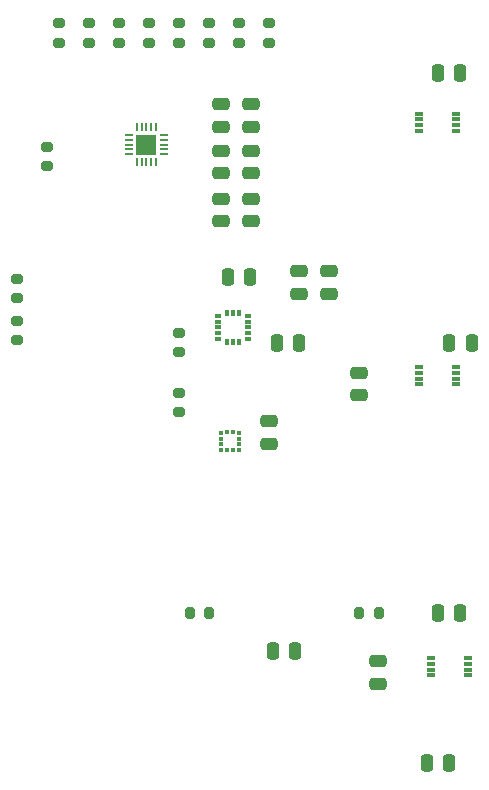
<source format=gtp>
%TF.GenerationSoftware,KiCad,Pcbnew,7.0.1-0*%
%TF.CreationDate,2024-03-21T16:56:52-04:00*%
%TF.ProjectId,pihat,70696861-742e-46b6-9963-61645f706362,rev?*%
%TF.SameCoordinates,Original*%
%TF.FileFunction,Paste,Top*%
%TF.FilePolarity,Positive*%
%FSLAX46Y46*%
G04 Gerber Fmt 4.6, Leading zero omitted, Abs format (unit mm)*
G04 Created by KiCad (PCBNEW 7.0.1-0) date 2024-03-21 16:56:52*
%MOMM*%
%LPD*%
G01*
G04 APERTURE LIST*
G04 Aperture macros list*
%AMRoundRect*
0 Rectangle with rounded corners*
0 $1 Rounding radius*
0 $2 $3 $4 $5 $6 $7 $8 $9 X,Y pos of 4 corners*
0 Add a 4 corners polygon primitive as box body*
4,1,4,$2,$3,$4,$5,$6,$7,$8,$9,$2,$3,0*
0 Add four circle primitives for the rounded corners*
1,1,$1+$1,$2,$3*
1,1,$1+$1,$4,$5*
1,1,$1+$1,$6,$7*
1,1,$1+$1,$8,$9*
0 Add four rect primitives between the rounded corners*
20,1,$1+$1,$2,$3,$4,$5,0*
20,1,$1+$1,$4,$5,$6,$7,0*
20,1,$1+$1,$6,$7,$8,$9,0*
20,1,$1+$1,$8,$9,$2,$3,0*%
G04 Aperture macros list end*
%ADD10R,0.800000X0.300000*%
%ADD11RoundRect,0.200000X0.200000X0.275000X-0.200000X0.275000X-0.200000X-0.275000X0.200000X-0.275000X0*%
%ADD12RoundRect,0.200000X0.275000X-0.200000X0.275000X0.200000X-0.275000X0.200000X-0.275000X-0.200000X0*%
%ADD13R,0.330200X0.304800*%
%ADD14R,0.304800X0.330200*%
%ADD15RoundRect,0.250000X0.475000X-0.250000X0.475000X0.250000X-0.475000X0.250000X-0.475000X-0.250000X0*%
%ADD16RoundRect,0.250000X-0.250000X-0.475000X0.250000X-0.475000X0.250000X0.475000X-0.250000X0.475000X0*%
%ADD17RoundRect,0.014000X-0.231000X-0.161000X0.231000X-0.161000X0.231000X0.161000X-0.231000X0.161000X0*%
%ADD18RoundRect,0.014000X0.161000X-0.231000X0.161000X0.231000X-0.161000X0.231000X-0.161000X-0.231000X0*%
%ADD19RoundRect,0.014000X0.231000X0.161000X-0.231000X0.161000X-0.231000X-0.161000X0.231000X-0.161000X0*%
%ADD20RoundRect,0.014000X-0.161000X0.231000X-0.161000X-0.231000X0.161000X-0.231000X0.161000X0.231000X0*%
%ADD21R,0.800000X0.200000*%
%ADD22R,0.200000X0.800000*%
%ADD23R,1.800000X1.800000*%
%ADD24RoundRect,0.200000X-0.275000X0.200000X-0.275000X-0.200000X0.275000X-0.200000X0.275000X0.200000X0*%
%ADD25RoundRect,0.250000X0.250000X0.475000X-0.250000X0.475000X-0.250000X-0.475000X0.250000X-0.475000X0*%
G04 APERTURE END LIST*
D10*
%TO.C,U1*%
X94540000Y-71006400D03*
X94540000Y-70506400D03*
X94540000Y-70006400D03*
X94540000Y-69506400D03*
X91440000Y-69506400D03*
X91440000Y-70006400D03*
X91440000Y-70506400D03*
X91440000Y-71006400D03*
%TD*%
D11*
%TO.C,R2*%
X73660000Y-111760000D03*
X72010000Y-111760000D03*
%TD*%
D12*
%TO.C,R8*%
X66040000Y-63500000D03*
X66040000Y-61850000D03*
%TD*%
D10*
%TO.C,U5*%
X94540000Y-92440000D03*
X94540000Y-91940000D03*
X94540000Y-91440000D03*
X94540000Y-90940000D03*
X91440000Y-90940000D03*
X91440000Y-91440000D03*
X91440000Y-91940000D03*
X91440000Y-92440000D03*
%TD*%
D13*
%TO.C,U4*%
X74680201Y-96519999D03*
X74680201Y-97020000D03*
X74680201Y-97520000D03*
X74680201Y-98020001D03*
D14*
X75190100Y-98029899D03*
X75690100Y-98029899D03*
D13*
X76199999Y-98020001D03*
X76199999Y-97520000D03*
X76199999Y-97020000D03*
X76199999Y-96519999D03*
D14*
X75690100Y-96510101D03*
X75190100Y-96510101D03*
%TD*%
D15*
%TO.C,C1*%
X78740000Y-97470000D03*
X78740000Y-95570000D03*
%TD*%
D12*
%TO.C,R9*%
X63500000Y-63500000D03*
X63500000Y-61850000D03*
%TD*%
%TO.C,R13*%
X57404000Y-88709000D03*
X57404000Y-87059000D03*
%TD*%
D16*
%TO.C,C14*%
X93030000Y-66040000D03*
X94930000Y-66040000D03*
%TD*%
%TO.C,C16*%
X93980000Y-88900000D03*
X95880000Y-88900000D03*
%TD*%
D15*
%TO.C,C5*%
X83820000Y-84770000D03*
X83820000Y-82870000D03*
%TD*%
D17*
%TO.C,U6*%
X74440000Y-86620000D03*
X74440000Y-87120000D03*
X74440000Y-87620000D03*
X74440000Y-88120000D03*
X74440000Y-88620000D03*
D18*
X75200000Y-88880000D03*
X75700000Y-88880000D03*
X76200000Y-88880000D03*
D19*
X76960000Y-88620000D03*
X76960000Y-88120000D03*
X76960000Y-87620000D03*
X76960000Y-87120000D03*
X76960000Y-86620000D03*
D20*
X76200000Y-86360000D03*
X75700000Y-86360000D03*
X75200000Y-86360000D03*
%TD*%
D15*
%TO.C,C10*%
X77216000Y-70612000D03*
X77216000Y-68712000D03*
%TD*%
%TO.C,C9*%
X74676000Y-70612000D03*
X74676000Y-68712000D03*
%TD*%
D21*
%TO.C,IC1*%
X69826000Y-72936000D03*
X69826000Y-72536000D03*
X69826000Y-72136000D03*
X69826000Y-71736000D03*
X69826000Y-71336000D03*
D22*
X69126000Y-70636000D03*
X68726000Y-70636000D03*
X68326000Y-70636000D03*
X67926000Y-70636000D03*
X67526000Y-70636000D03*
D21*
X66826000Y-71336000D03*
X66826000Y-71736000D03*
X66826000Y-72136000D03*
X66826000Y-72536000D03*
X66826000Y-72936000D03*
D22*
X67526000Y-73636000D03*
X67926000Y-73636000D03*
X68326000Y-73636000D03*
X68726000Y-73636000D03*
X69126000Y-73636000D03*
D23*
X68326000Y-72136000D03*
%TD*%
D15*
%TO.C,C8*%
X77216000Y-74544000D03*
X77216000Y-72644000D03*
%TD*%
D12*
%TO.C,R5*%
X73660000Y-63500000D03*
X73660000Y-61850000D03*
%TD*%
D15*
%TO.C,C17*%
X87950000Y-117790000D03*
X87950000Y-115890000D03*
%TD*%
D16*
%TO.C,C18*%
X93030000Y-111760000D03*
X94930000Y-111760000D03*
%TD*%
D15*
%TO.C,C12*%
X77216000Y-78608000D03*
X77216000Y-76708000D03*
%TD*%
D24*
%TO.C,R15*%
X71120000Y-88075000D03*
X71120000Y-89725000D03*
%TD*%
D15*
%TO.C,C7*%
X74676000Y-74544000D03*
X74676000Y-72644000D03*
%TD*%
D12*
%TO.C,R14*%
X71120000Y-94805000D03*
X71120000Y-93155000D03*
%TD*%
D10*
%TO.C,U7*%
X95530000Y-117078000D03*
X95530000Y-116578000D03*
X95530000Y-116078000D03*
X95530000Y-115578000D03*
X92430000Y-115578000D03*
X92430000Y-116078000D03*
X92430000Y-116578000D03*
X92430000Y-117078000D03*
%TD*%
D15*
%TO.C,C4*%
X81280000Y-84770000D03*
X81280000Y-82870000D03*
%TD*%
D12*
%TO.C,R4*%
X76200000Y-63500000D03*
X76200000Y-61850000D03*
%TD*%
%TO.C,R12*%
X57404000Y-85153000D03*
X57404000Y-83503000D03*
%TD*%
D15*
%TO.C,C15*%
X86360000Y-93340000D03*
X86360000Y-91440000D03*
%TD*%
D12*
%TO.C,R6*%
X71120000Y-63500000D03*
X71120000Y-61850000D03*
%TD*%
D16*
%TO.C,C6*%
X79380000Y-88900000D03*
X81280000Y-88900000D03*
%TD*%
D12*
%TO.C,R10*%
X60960000Y-63500000D03*
X60960000Y-61850000D03*
%TD*%
D25*
%TO.C,C2*%
X93980000Y-124460000D03*
X92080000Y-124460000D03*
%TD*%
D11*
%TO.C,R1*%
X88010000Y-111760000D03*
X86360000Y-111760000D03*
%TD*%
D15*
%TO.C,C11*%
X74676000Y-78608000D03*
X74676000Y-76708000D03*
%TD*%
D12*
%TO.C,R7*%
X68580000Y-63500000D03*
X68580000Y-61850000D03*
%TD*%
D16*
%TO.C,C13*%
X79050000Y-115000000D03*
X80950000Y-115000000D03*
%TD*%
D24*
%TO.C,R11*%
X59944000Y-72327000D03*
X59944000Y-73977000D03*
%TD*%
D16*
%TO.C,C3*%
X75250000Y-83312000D03*
X77150000Y-83312000D03*
%TD*%
D12*
%TO.C,R3*%
X78740000Y-63500000D03*
X78740000Y-61850000D03*
%TD*%
M02*

</source>
